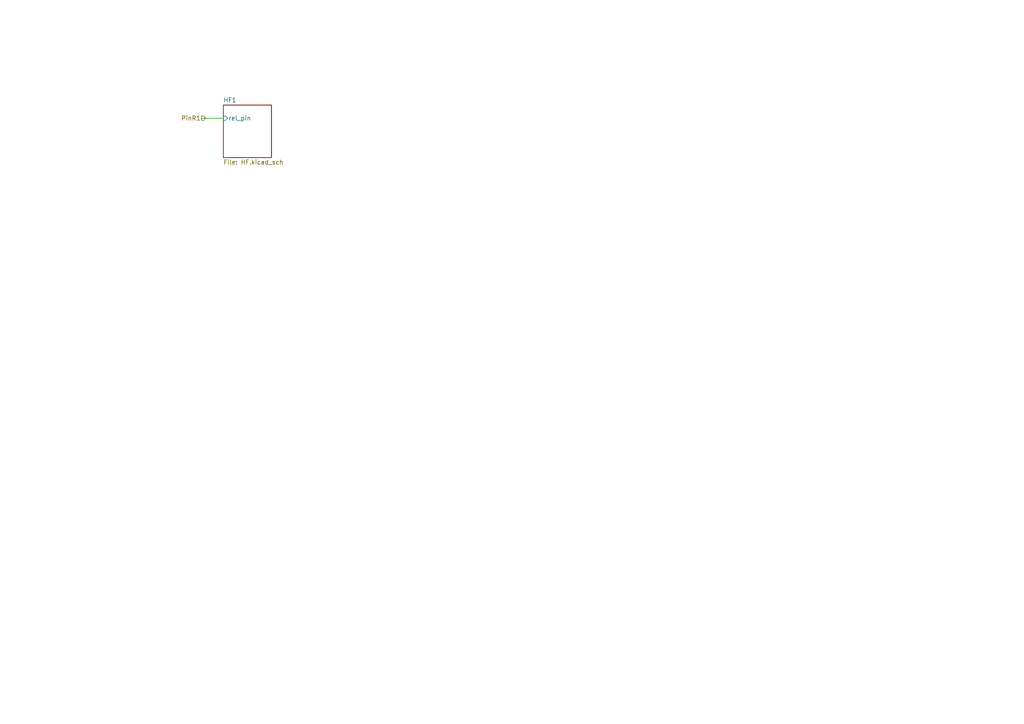
<source format=kicad_sch>
(kicad_sch
	(version 20250114)
	(generator "eeschema")
	(generator_version "9.0")
	(uuid "88db8195-1c76-4e56-9d44-918bda363067")
	(paper "A4")
	(lib_symbols)
	(wire
		(pts
			(xy 58.42 34.29) (xy 64.77 34.29)
		)
		(stroke
			(width 0)
			(type default)
		)
		(uuid "e4fdfd2c-71f5-4e19-af3b-1d1535c6201d")
	)
	(hierarchical_label "PinR1"
		(shape input)
		(at 59.69 34.29 180)
		(effects
			(font
				(size 1.27 1.27)
			)
			(justify right)
		)
		(uuid "d3277611-e53f-47fe-a523-fc02151b9090")
	)
	(sheet
		(at 64.77 30.48)
		(size 13.97 15.24)
		(exclude_from_sim no)
		(in_bom yes)
		(on_board yes)
		(dnp no)
		(fields_autoplaced yes)
		(stroke
			(width 0.1524)
			(type solid)
		)
		(fill
			(color 0 0 0 0.0000)
		)
		(uuid "6879f7ea-92b0-4726-a317-05e61b1e423d")
		(property "Sheetname" "HF1"
			(at 64.77 29.7684 0)
			(effects
				(font
					(size 1.27 1.27)
				)
				(justify left bottom)
			)
		)
		(property "Sheetfile" "HF.kicad_sch"
			(at 64.77 46.3046 0)
			(effects
				(font
					(size 1.27 1.27)
				)
				(justify left top)
			)
		)
		(pin "rel_pin" input
			(at 64.77 34.29 180)
			(uuid "50616251-2802-48d1-b3c2-a4c1325adfcd")
			(effects
				(font
					(size 1.27 1.27)
				)
				(justify left)
			)
		)
		(instances
			(project "template"
				(path "/8469cd9a-15fe-4677-a617-64af849f0980/b2603118-d8d9-4fce-85e7-aee7c31a0a3c/948f0e54-1fd7-48f1-9b12-ddf7f53b5249"
					(page "21")
				)
			)
		)
	)
)

</source>
